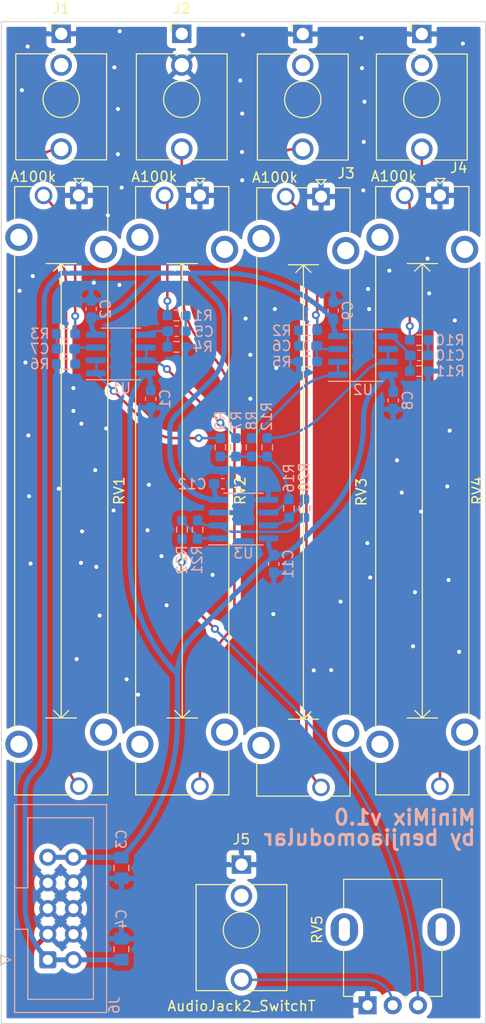
<source format=kicad_pcb>
(kicad_pcb (version 20211014) (generator pcbnew)
  (layers (0 "F.Cu" signal) (31 "B.Cu" signal) (34 "B.Paste" user) (35 "F.Paste" user) (36 "B.SilkS" user "B.Silkscreen") (37 "F.SilkS" user "F.Silkscreen") (38 "B.Mask" user) (39 "F.Mask" user) (44 "Edge.Cuts" user))
  (net 0 "")
  (net 1 "GND")
  (net 2 "+12V")
  (net 3 "-12V")
  (net 4 "Net-(C5-Pad1)")
  (net 5 "Net-(C5-Pad2)")
  (net 6 "Net-(C6-Pad1)")
  (net 7 "Net-(C6-Pad2)")
  (net 8 "Net-(C7-Pad1)")
  (net 9 "Net-(C7-Pad2)")
  (net 10 "Net-(C10-Pad1)")
  (net 11 "Net-(C10-Pad2)")
  (net 13 "Net-(R22-Pad1)")
  (net 17 "Net-(J1-PadT)")
  (net 19 "Net-(J2-PadT)")
  (net 20 "Net-(J3-PadT)")
  (net 21 "Net-(J4-PadT)")
  (net 22 "Net-(R1-Pad2)")
  (net 23 "Net-(R2-Pad2)")
  (net 24 "Net-(R3-Pad2)")
  (net 25 "/MIXER_IN")
  (net 26 "Net-(R7-Pad2)")
  (net 27 "Net-(R8-Pad2)")
  (net 28 "Net-(R9-Pad2)")
  (net 29 "Net-(R10-Pad2)")
  (net 30 "Net-(J5-PadT)")
  (net 31 "Net-(R12-Pad2)")
  (net 32 "Net-(R16-Pad1)")
  (net 33 "Net-(R20-Pad1)")
  (net 34 "Net-(R21-Pad1)")
  (footprint "Potentiometer_THT:Potentiometer_Bourns_PTA4543_Single_Slide" (layer "F.Cu") (at 154.879275 74.8 -90)
    (fp_text reference "RV1" (at 29.25 -4 90) (layer "F.SilkS"))
    (fp_text value "A100k" (at -1.85 4.529275 180) (layer "F.SilkS"))
    (pad "1" thru_hole rect (at 0 0 270) (size 1.75 1.75) (drill 1.2) (layers *.Cu *.Mask) (net 1 "GND"))
    (pad "2" thru_hole circle (at 0 3.5 270) (size 1.75 1.75) (drill 1.2) (layers *.Cu *.Mask) (net 24 "Net-(R3-Pad2)"))
    (pad "3" thru_hole circle (at 58.5 0 270) (size 1.75 1.75) (drill 1.2) (layers *.Cu *.Mask) (net 17 "Net-(J1-PadT)"))
    (pad "MP" thru_hole circle (at 4.15 5.95 270) (size 2.7 2.7) (drill 1.7) (layers *.Cu *.Mask))
    (pad "MP" thru_hole circle (at 54.35 5.95 270) (size 2.7 2.7) (drill 1.7) (layers *.Cu *.Mask))
    (pad "MP" thru_hole circle (at 5.35 -2.45 270) (size 2.7 2.7) (drill 1.7) (layers *.Cu *.Mask))
    (pad "MP" thru_hole circle (at 53.15 -2.45 270) (size 2.7 2.7) (drill 1.7) (layers *.Cu *.Mask))
  )
  (footprint "benjiaomodular:AudioJack_3.5mm" (layer "F.Cu") (at 177.079275 58.82)
    (fp_text reference "J3" (at 4.300725 13.79) (layer "F.SilkS"))
    (fp_text value "AudioJack2_SwitchT" hide)
    (pad "S" thru_hole rect locked (at 0 0 180) (size 1.93 1.83) (drill 1.22) (layers *.Cu *.Mask) (net 1 "GND"))
    (pad "T" thru_hole circle locked (at 0 11.4 180) (size 2.13 2.13) (drill 1.43) (layers *.Cu *.Mask) (net 20 "Net-(J3-PadT)"))
    (pad "TN" thru_hole circle locked (at 0 3.1 180) (size 2.13 2.13) (drill 1.42) (layers *.Cu *.Mask))
  )
  (footprint "benjiaomodular:AudioJack_3.5mm" (layer "F.Cu") (at 165.079275 58.8)
    (fp_text reference "J2" (at 0 -2.5) (layer "F.SilkS"))
    (fp_text value "AudioJack2_SwitchT" hide)
    (pad "S" thru_hole rect locked (at 0 0 180) (size 1.93 1.83) (drill 1.22) (layers *.Cu *.Mask))
    (pad "T" thru_hole circle locked (at 0 11.4 180) (size 2.13 2.13) (drill 1.43) (layers *.Cu *.Mask) (net 19 "Net-(J2-PadT)"))
    (pad "TN" thru_hole circle locked (at 0 3.1 180) (size 2.13 2.13) (drill 1.42) (layers *.Cu *.Mask) (net 1 "GND"))
  )
  (footprint "Potentiometer_THT:Potentiometer_Bourns_PTA4543_Single_Slide" (layer "F.Cu") (at 190.679275 74.8 -90)
    (fp_text reference "RV4" (at 29.25 -3.720725 90) (layer "F.SilkS"))
    (fp_text value "A100k" (at -1.9 4.579275 180) (layer "F.SilkS"))
    (pad "1" thru_hole rect (at 0 0 270) (size 1.75 1.75) (drill 1.2) (layers *.Cu *.Mask) (net 1 "GND"))
    (pad "2" thru_hole circle (at 0 3.5 270) (size 1.75 1.75) (drill 1.2) (layers *.Cu *.Mask) (net 29 "Net-(R10-Pad2)"))
    (pad "3" thru_hole circle (at 58.5 0 270) (size 1.75 1.75) (drill 1.2) (layers *.Cu *.Mask) (net 21 "Net-(J4-PadT)"))
    (pad "MP" thru_hole circle (at 5.35 -2.45 270) (size 2.7 2.7) (drill 1.7) (layers *.Cu *.Mask))
    (pad "MP" thru_hole circle (at 54.35 5.95 270) (size 2.7 2.7) (drill 1.7) (layers *.Cu *.Mask))
    (pad "MP" thru_hole circle (at 4.15 5.95 270) (size 2.7 2.7) (drill 1.7) (layers *.Cu *.Mask))
    (pad "MP" thru_hole circle (at 53.15 -2.45 270) (size 2.7 2.7) (drill 1.7) (layers *.Cu *.Mask))
  )
  (footprint "benjiaomodular:Potentiometer_RV09" (layer "F.Cu") (at 183.5 155 90)
    (fp_text reference "RV5" (at 7.5 -5 90) (layer "F.SilkS"))
    (fp_text value "A100k")
    (pad "" thru_hole oval locked (at 7.5 7.3 180) (size 2.72 3.24) (drill oval 1.1 2.3) (layers *.Cu *.Mask))
    (pad "" thru_hole oval locked (at 7.5 -2.3 180) (size 2.72 3.24) (drill oval 1.1 2.3) (layers *.Cu *.Mask))
    (pad "1" thru_hole rect locked (at 0 0 180) (size 1.8 1.8) (drill 1) (layers *.Cu *.Mask) (net 1 "GND"))
    (pad "2" thru_hole circle locked (at 0 2.5 180) (size 1.8 1.8) (drill 1) (layers *.Cu *.Mask) (net 30 "Net-(J5-PadT)"))
    (pad "3" thru_hole circle locked (at 0 5 180) (size 1.8 1.8) (drill 1) (layers *.Cu *.Mask) (net 13 "Net-(R22-Pad1)"))
  )
  (footprint "benjiaomodular:AudioJack_3.5mm" (layer "F.Cu") (at 153.129275 58.8)
    (fp_text reference "J1" (at 0 -2.5) (layer "F.SilkS"))
    (fp_text value "AudioJack2_SwitchT" hide)
    (pad "S" thru_hole rect locked (at 0 0 180) (size 1.93 1.83) (drill 1.22) (layers *.Cu *.Mask) (net 1 "GND"))
    (pad "T" thru_hole circle locked (at 0 11.4 180) (size 2.13 2.13) (drill 1.43) (layers *.Cu *.Mask) (net 17 "Net-(J1-PadT)"))
    (pad "TN" thru_hole circle locked (at 0 3.1 180) (size 2.13 2.13) (drill 1.42) (layers *.Cu *.Mask))
  )
  (footprint "benjiaomodular:AudioJack_3.5mm" (layer "F.Cu") (at 171 141.07)
    (fp_text reference "J5" (at 0 -2.5) (layer "F.SilkS"))
    (fp_text value "AudioJack2_SwitchT" (at 0 14) (layer "F.SilkS"))
    (pad "S" thru_hole rect locked (at 0 0 180) (size 1.93 1.83) (drill 1.22) (layers *.Cu *.Mask) (net 1 "GND"))
    (pad "T" thru_hole circle locked (at 0 11.4 180) (size 2.13 2.13) (drill 1.43) (layers *.Cu *.Mask) (net 30 "Net-(J5-PadT)"))
    (pad "TN" thru_hole circle locked (at 0 3.1 180) (size 2.13 2.13) (drill 1.42) (layers *.Cu *.Mask))
  )
  (footprint "benjiaomodular:AudioJack_3.5mm" (layer "F.Cu") (at 188.879275 58.82)
    (fp_text reference "J4" (at 3.660725 13.25) (layer "F.SilkS"))
    (fp_text value "AudioJack2_SwitchT" hide)
    (pad "S" thru_hole rect locked (at 0 0 180) (size 1.93 1.83) (drill 1.22) (layers *.Cu *.Mask) (net 1 "GND"))
    (pad "T" thru_hole circle locked (at 0 11.4 180) (size 2.13 2.13) (drill 1.43) (layers *.Cu *.Mask) (net 21 "Net-(J4-PadT)"))
    (pad "TN" thru_hole circle locked (at 0 3.1 180) (size 2.13 2.13) (drill 1.42) (layers *.Cu *.Mask))
  )
  (footprint "Potentiometer_THT:Potentiometer_Bourns_PTA4543_Single_Slide" (layer "F.Cu") (at 178.89 74.92 -90)
    (fp_text reference "RV3" (at 29.25 -4 90) (layer "F.SilkS"))
    (fp_text value "A100k" (at -1.9 4.579275 180) (layer "F.SilkS"))
    (pad "1" thru_hole rect (at 0 0 270) (size 1.75 1.75) (drill 1.2) (layers *.Cu *.Mask) (net 1 "GND"))
    (pad "2" thru_hole circle (at 0 3.5 270) (size 1.75 1.75) (drill 1.2) (layers *.Cu *.Mask) (net 23 "Net-(R2-Pad2)"))
    (pad "3" thru_hole circle (at 58.5 0 270) (size 1.75 1.75) (drill 1.2) (layers *.Cu *.Mask) (net 20 "Net-(J3-PadT)"))
    (pad "MP" thru_hole circle (at 54.35 5.95 270) (size 2.7 2.7) (drill 1.7) (layers *.Cu *.Mask))
    (pad "MP" thru_hole circle (at 5.35 -2.45 270) (size 2.7 2.7) (drill 1.7) (layers *.Cu *.Mask))
    (pad "MP" thru_hole circle (at 53.15 -2.45 270) (size 2.7 2.7) (drill 1.7) (layers *.Cu *.Mask))
    (pad "MP" thru_hole circle (at 4.15 5.95 270) (size 2.7 2.7) (drill 1.7) (layers *.Cu *.Mask))
  )
  (footprint "Potentiometer_THT:Potentiometer_Bourns_PTA4543_Single_Slide" (layer "F.Cu") (at 166.879275 74.8 -90)
    (fp_text reference "RV2" (at 29.25 -4 90) (layer "F.SilkS"))
    (fp_text value "A100k" (at -1.85 4.529275 180) (layer "F.SilkS"))
    (pad "1" thru_hole rect (at 0 0 270) (size 1.75 1.75) (drill 1.2) (layers *.Cu *.Mask) (net 1 "GND"))
    (pad "2" thru_hole circle (at 0 3.5 270) (size 1.75 1.75) (drill 1.2) (layers *.Cu *.Mask) (net 22 "Net-(R1-Pad2)"))
    (pad "3" thru_hole circle (at 58.5 0 270) (size 1.75 1.75) (drill 1.2) (layers *.Cu *.Mask) (net 19 "Net-(J2-PadT)"))
    (pad "MP" thru_hole circle (at 53.15 -2.45 270) (size 2.7 2.7) (drill 1.7) (layers *.Cu *.Mask))
    (pad "MP" thru_hole circle (at 5.35 -2.45 270) (size 2.7 2.7) (drill 1.7) (layers *.Cu *.Mask))
    (pad "MP" thru_hole circle (at 54.35 5.95 270) (size 2.7 2.7) (drill 1.7) (layers *.Cu *.Mask))
    (pad "MP" thru_hole circle (at 4.15 5.95 270) (size 2.7 2.7) (drill 1.7) (layers *.Cu *.Mask))
  )
  (footprint "Resistor_SMD:R_0603_1608Metric_Pad0.98x0.95mm_HandSolder" (layer "B.Cu") (at 173.55 99.75 90)
    (fp_text reference "R12" (at 3.05 -0.05 90) (layer "B.SilkS") (effects (justify mirror)))
    (fp_text value "100K")
    (pad "1" smd roundrect (at -0.9125 0 90) (size 0.975 0.95) (layers "B.Cu" "B.Paste" "B.Mask") (net 25 "/MIXER_IN"))
    (pad "2" smd roundrect (at 0.9125 0 90) (size 0.975 0.95) (layers "B.Cu" "B.Paste" "B.Mask") (net 31 "Net-(R12-Pad2)"))
  )
  (footprint "Resistor_SMD:R_0603_1608Metric_Pad0.98x0.95mm_HandSolder" (layer "B.Cu") (at 172 99.75 90)
    (fp_text reference "R8" (at 2.65 0 90) (layer "B.SilkS") (effects (justify mirror)))
    (fp_text value "100K")
    (pad "1" smd roundrect (at -0.9125 0 90) (size 0.975 0.95) (layers "B.Cu" "B.Paste" "B.Mask") (net 25 "/MIXER_IN"))
    (pad "2" smd roundrect (at 0.9125 0 90) (size 0.975 0.95) (layers "B.Cu" "B.Paste" "B.Mask") (net 27 "Net-(R8-Pad2)"))
  )
  (footprint "Capacitor_SMD:C_0603_1608Metric_Pad1.08x0.95mm_HandSolder" (layer "B.Cu") (at 169.15 103.35)
    (fp_text reference "C12" (at -3.05 0.05) (layer "B.SilkS") (effects (justify mirror)))
    (fp_text value "100nF")
    (pad "1" smd roundrect (at -0.8625 0) (size 1.075 0.95) (layers "B.Cu" "B.Paste" "B.Mask") (net 3 "-12V"))
    (pad "2" smd roundrect (at 0.8625 0) (size 1.075 0.95) (layers "B.Cu" "B.Paste" "B.Mask") (net 1 "GND"))
  )
  (footprint "Capacitor_SMD:C_0603_1608Metric_Pad1.08x0.95mm_HandSolder" (layer "B.Cu") (at 164.5625 88.25)
    (fp_text reference "C5" (at 2.7375 0.05) (layer "B.SilkS") (effects (justify mirror)))
    (fp_text value "100nF")
    (pad "1" smd roundrect (at -0.8625 0) (size 1.075 0.95) (layers "B.Cu" "B.Paste" "B.Mask") (net 4 "Net-(C5-Pad1)"))
    (pad "2" smd roundrect (at 0.8625 0) (size 1.075 0.95) (layers "B.Cu" "B.Paste" "B.Mask") (net 5 "Net-(C5-Pad2)"))
  )
  (footprint "Resistor_SMD:R_0603_1608Metric_Pad0.98x0.95mm_HandSolder" (layer "B.Cu") (at 165.1 107.9 90)
    (fp_text reference "R22" (at -3 0 90) (layer "B.SilkS") (effects (justify mirror)))
    (fp_text value "1K")
    (pad "1" smd roundrect (at -0.9125 0 90) (size 0.975 0.95) (layers "B.Cu" "B.Paste" "B.Mask") (net 13 "Net-(R22-Pad1)"))
    (pad "2" smd roundrect (at 0.9125 0 90) (size 0.975 0.95) (layers "B.Cu" "B.Paste" "B.Mask") (net 34 "Net-(R21-Pad1)"))
  )
  (footprint "Resistor_SMD:R_0603_1608Metric_Pad0.98x0.95mm_HandSolder" (layer "B.Cu") (at 153.6 88.5)
    (fp_text reference "R3" (at -2.6 0) (layer "B.SilkS") (effects (justify mirror)))
    (fp_text value "10K")
    (pad "1" smd roundrect (at -0.9125 0) (size 0.975 0.95) (layers "B.Cu" "B.Paste" "B.Mask") (net 9 "Net-(C7-Pad2)"))
    (pad "2" smd roundrect (at 0.9125 0) (size 0.975 0.95) (layers "B.Cu" "B.Paste" "B.Mask") (net 24 "Net-(R3-Pad2)"))
  )
  (footprint "Resistor_SMD:R_0603_1608Metric_Pad0.98x0.95mm_HandSolder" (layer "B.Cu") (at 168.9 99.75 90)
    (fp_text reference "R9" (at 2.65 0 90) (layer "B.SilkS") (effects (justify mirror)))
    (fp_text value "100K")
    (pad "1" smd roundrect (at -0.9125 0 90) (size 0.975 0.95) (layers "B.Cu" "B.Paste" "B.Mask") (net 25 "/MIXER_IN"))
    (pad "2" smd roundrect (at 0.9125 0 90) (size 0.975 0.95) (layers "B.Cu" "B.Paste" "B.Mask") (net 28 "Net-(R9-Pad2)"))
  )
  (footprint "Resistor_SMD:R_0603_1608Metric_Pad0.98x0.95mm_HandSolder" (layer "B.Cu") (at 177.25 105.8 90)
    (fp_text reference "R20" (at 3.1 -0.05 90) (layer "B.SilkS") (effects (justify mirror)))
    (fp_text value "100K")
    (pad "1" smd roundrect (at -0.9125 0 90) (size 0.975 0.95) (layers "B.Cu" "B.Paste" "B.Mask") (net 33 "Net-(R20-Pad1)"))
    (pad "2" smd roundrect (at 0.9125 0 90) (size 0.975 0.95) (layers "B.Cu" "B.Paste" "B.Mask") (net 32 "Net-(R16-Pad1)"))
  )
  (footprint "Resistor_SMD:R_0603_1608Metric_Pad0.98x0.95mm_HandSolder" (layer "B.Cu") (at 170.45 99.75 90)
    (fp_text reference "R7" (at 2.65 0.05 90) (layer "B.SilkS") (effects (justify mirror)))
    (fp_text value "100K")
    (pad "1" smd roundrect (at -0.9125 0 90) (size 0.975 0.95) (layers "B.Cu" "B.Paste" "B.Mask") (net 25 "/MIXER_IN"))
    (pad "2" smd roundrect (at 0.9125 0 90) (size 0.975 0.95) (layers "B.Cu" "B.Paste" "B.Mask") (net 26 "Net-(R7-Pad2)"))
  )
  (footprint "Capacitor_SMD:C_0603_1608Metric_Pad1.08x0.95mm_HandSolder" (layer "B.Cu") (at 174.2 111.3 90)
    (fp_text reference "C11" (at 0 1.43 90) (layer "B.SilkS") (effects (justify mirror)))
    (fp_text value "100nF")
    (pad "1" smd roundrect (at -0.8625 0 90) (size 1.075 0.95) (layers "B.Cu" "B.Paste" "B.Mask") (net 1 "GND"))
    (pad "2" smd roundrect (at 0.8625 0 90) (size 1.075 0.95) (layers "B.Cu" "B.Paste" "B.Mask") (net 2 "+12V"))
  )
  (footprint "Resistor_SMD:R_0603_1608Metric_Pad0.98x0.95mm_HandSolder" (layer "B.Cu") (at 188.6 92.2 180)
    (fp_text reference "R11" (at -3.1 0) (layer "B.SilkS") (effects (justify mirror)))
    (fp_text value "1M")
    (pad "1" smd roundrect (at -0.9125 0 180) (size 0.975 0.95) (layers "B.Cu" "B.Paste" "B.Mask") (net 1 "GND"))
    (pad "2" smd roundrect (at 0.9125 0 180) (size 0.975 0.95) (layers "B.Cu" "B.Paste" "B.Mask") (net 10 "Net-(C10-Pad1)"))
  )
  (footprint "Capacitor_SMD:C_0603_1608Metric_Pad1.08x0.95mm_HandSolder" (layer "B.Cu") (at 177.6 89.7 180)
    (fp_text reference "C6" (at 2.6 0) (layer "B.SilkS") (effects (justify mirror)))
    (fp_text value "100nF")
    (pad "1" smd roundrect (at -0.8625 0 180) (size 1.075 0.95) (layers "B.Cu" "B.Paste" "B.Mask") (net 6 "Net-(C6-Pad1)"))
    (pad "2" smd roundrect (at 0.8625 0 180) (size 1.075 0.95) (layers "B.Cu" "B.Paste" "B.Mask") (net 7 "Net-(C6-Pad2)"))
  )
  (footprint "Capacitor_SMD:C_0805_2012Metric_Pad1.18x1.45mm_HandSolder" (layer "B.Cu") (at 159.1 149.45 -90)
    (fp_text reference "C4" (at -3 0 90) (layer "B.SilkS") (effects (justify mirror)))
    (fp_text value "22uF")
    (pad "1" smd roundrect (at -1.0375 0 270) (size 1.175 1.45) (layers "B.Cu" "B.Paste" "B.Mask") (roundrect_rratio 0.2127659574) (net 1 "GND"))
    (pad "2" smd roundrect (at 1.0375 0 270) (size 1.175 1.45) (layers "B.Cu" "B.Paste" "B.Mask") (roundrect_rratio 0.2127659574) (net 3 "-12V"))
  )
  (footprint "Package_SO:SOIC-8_3.9x4.9mm_P1.27mm" (layer "B.Cu") (at 183.05 90.65)
    (fp_text reference "U2" (at 0 3.4) (layer "B.SilkS") (effects (justify mirror)))
    (fp_text value "NE5532")
    (pad "1" smd roundrect (at -2.475 1.905) (size 1.95 0.6) (layers "B.Cu" "B.Paste" "B.Mask") (net 27 "Net-(R8-Pad2)"))
    (pad "2" smd roundrect (at -2.475 0.635) (size 1.95 0.6) (layers "B.Cu" "B.Paste" "B.Mask") (net 27 "Net-(R8-Pad2)"))
    (pad "3" smd roundrect (at -2.475 -0.635) (size 1.95 0.6) (layers "B.Cu" "B.Paste" "B.Mask") (net 6 "Net-(C6-Pad1)"))
    (pad "4" smd roundrect (at -2.475 -1.905) (size 1.95 0.6) (layers "B.Cu" "B.Paste" "B.Mask") (net 3 "-12V"))
    (pad "5" smd roundrect (at 2.475 -1.905) (size 1.95 0.6) (layers "B.Cu" "B.Paste" "B.Mask") (net 10 "Net-(C10-Pad1)"))
    (pad "6" smd roundrect (at 2.475 -0.635) (size 1.95 0.6) (layers "B.Cu" "B.Paste" "B.Mask") (net 31 "Net-(R12-Pad2)"))
    (pad "7" smd roundrect (at 2.475 0.635) (size 1.95 0.6) (layers "B.Cu" "B.Paste" "B.Mask") (net 31 "Net-(R12-Pad2)"))
    (pad "8" smd roundrect (at 2.475 1.905) (size 1.95 0.6) (layers "B.Cu" "B.Paste" "B.Mask") (net 2 "+12V"))
  )
  (footprint "Capacitor_SMD:C_0603_1608Metric_Pad1.08x0.95mm_HandSolder" (layer "B.Cu") (at 180.1 86.2 90)
    (fp_text reference "C9" (at 0 1.43 90) (layer "B.SilkS") (effects (justify mirror)))
    (fp_text value "100nF")
    (pad "1" smd roundrect (at -0.8625 0 90) (size 1.075 0.95) (layers "B.Cu" "B.Paste" "B.Mask") (net 3 "-12V"))
    (pad "2" smd roundrect (at 0.8625 0 90) (size 1.075 0.95) (layers "B.Cu" "B.Paste" "B.Mask") (net 1 "GND"))
  )
  (footprint "Capacitor_SMD:C_0603_1608Metric_Pad1.08x0.95mm_HandSolder" (layer "B.Cu") (at 156.1 86.05 90)
    (fp_text reference "C2" (at 0 1.43 90) (layer "B.SilkS") (effects (justify mirror)))
    (fp_text value "100nF")
    (pad "1" smd roundrect (at -0.8625 0 90) (size 1.075 0.95) (layers "B.Cu" "B.Paste" "B.Mask") (net 3 "-12V"))
    (pad "2" smd roundrect (at 0.8625 0 90) (size 1.075 0.95) (layers "B.Cu" "B.Paste" "B.Mask") (net 1 "GND"))
  )
  (footprint "Capacitor_SMD:C_0805_2012Metric_Pad1.18x1.45mm_HandSolder" (layer "B.Cu") (at 159.1 141.4 -90)
    (fp_text reference "C3" (at -2.85 0 90) (layer "B.SilkS") (effects (justify mirror)))
    (fp_text value "22uF")
    (pad "1" smd roundrect (at -1.0375 0 270) (size 1.175 1.45) (layers "B.Cu" "B.Paste" "B.Mask") (roundrect_rratio 0.2127659574) (net 2 "+12V"))
    (pad "2" smd roundrect (at 1.0375 0 270) (size 1.175 1.45) (layers "B.Cu" "B.Paste" "B.Mask") (roundrect_rratio 0.2127659574) (net 1 "GND"))
  )
  (footprint "Resistor_SMD:R_0603_1608Metric_Pad0.98x0.95mm_HandSolder" (layer "B.Cu") (at 164.5625 86.7 180)
    (fp_text reference "R1" (at -2.6375 0) (layer "B.SilkS") (effects (justify mirror)))
    (fp_text value "10K")
    (pad "1" smd roundrect (at -0.9125 0 180) (size 0.975 0.95) (layers "B.Cu" "B.Paste" "B.Mask") (net 5 "Net-(C5-Pad2)"))
    (pad "2" smd roundrect (at 0.9125 0 180) (size 0.975 0.95) (layers "B.Cu" "B.Paste" "B.Mask") (net 22 "Net-(R1-Pad2)"))
  )
  (footprint "Resistor_SMD:R_0603_1608Metric_Pad0.98x0.95mm_HandSolder" (layer "B.Cu") (at 177.6 91.25)
    (fp_text reference "R5" (at -2.6 0.05) (layer "B.SilkS") (effects (justify mirror)))
    (fp_text value "1M")
    (pad "1" smd roundrect (at -0.9125 0) (size 0.975 0.95) (layers "B.Cu" "B.Paste" "B.Mask") (net 1 "GND"))
    (pad "2" smd roundrect (at 0.9125 0) (size 0.975 0.95) (layers "B.Cu" "B.Paste" "B.Mask") (net 6 "Net-(C6-Pad1)"))
  )
  (footprint "Resistor_SMD:R_0603_1608Metric_Pad0.98x0.95mm_HandSolder" (layer "B.Cu") (at 175.7 105.8 90)
    (fp_text reference "R16" (at 3 0 90) (layer "B.SilkS") (effects (justify mirror)))
    (fp_text value "100K")
    (pad "1" smd roundrect (at -0.9125 0 90) (size 0.975 0.95) (layers "B.Cu" "B.Paste" "B.Mask") (net 32 "Net-(R16-Pad1)"))
    (pad "2" smd roundrect (at 0.9125 0 90) (size 0.975 0.95) (layers "B.Cu" "B.Paste" "B.Mask") (net 25 "/MIXER_IN"))
  )
  (footprint "Connector_IDC:IDC-Header_2x05_P2.54mm_Vertical" (layer "B.Cu") (at 151.8 150.5)
    (fp_text reference "J6" (at 6.6 4.5 90) (layer "B.SilkS") (effects (justify mirror)))
    (fp_text value "IDC_2x05")
    (pad "1" thru_hole roundrect (at 0 0) (size 1.7 1.7) (drill 1) (layers *.Cu *.Mask) (roundrect_rratio 0.1470588235) (net 3 "-12V"))
    (pad "2" thru_hole circle (at 2.54 0) (size 1.7 1.7) (drill 1) (layers *.Cu *.Mask) (net 3 "-12V"))
    (pad "3" thru_hole circle (at 0 -2.54) (size 1.7 1.7) (drill 1) (layers *.Cu *.Mask) (net 1 "GND"))
    (pad "4" thru_hole circle (at 2.54 -2.54) (size 1.7 1.7) (drill 1) (layers *.Cu *.Mask) (net 1 "GND"))
    (pad "5" thru_hole circle (at 0 -5.08) (size 1.7 1.7) (drill 1) (layers *.Cu *.Mask) (net 1 "GND"))
    (pad "6" thru_hole circle (at 2.54 -5.08) (size 1.7 1.7) (drill 1) (layers *.Cu *.Mask) (net 1 "GND"))
    (pad "7" thru_hole circle (at 0 -7.62) (size 1.7 1.7) (drill 1) (layers *.Cu *.Mask) (net 1 "GND"))
    (pad "8" thru_hole circle (at 2.54 -7.62) (size 1.7 1.7) (drill 1) (layers *.Cu *.Mask) (net 1 "GND"))
    (pad "9" thru_hole circle (at 0 -10.16) (size 1.7 1.7) (drill 1) (layers *.Cu *.Mask) (net 2 "+12V"))
    (pad "10" thru_hole circle (at 2.54 -10.16) (size 1.7 1.7) (drill 1) (layers *.Cu *.Mask) (net 2 "+12V"))
  )
  (footprint "Package_SO:SOIC-8_3.9x4.9mm_P1.27mm" (layer "B.Cu") (at 159.05 90.5)
    (fp_text reference "U1" (at 0 3.4) (layer "B.SilkS") (effects (justify mirror)))
    (fp_text value "NE5532")
    (pad "1" smd roundrect (at -2.475 1.905) (size 1.95 0.6) (layers "B.Cu" "B.Paste" "B.Mask") (net 28 "Net-(R9-Pad2)"))
    (pad "2" smd roundrect (at -2.475 0.635) (size 1.95 0.6) (layers "B.Cu" "B.Paste" "B.Mask") (net 28 "Net-(R9-Pad2)"))
    (pad "3" smd roundrect (at -2.475 -0.635) (size 1.95 0.6) (layers "B.Cu" "B.Paste" "B.Mask") (net 8 "Net-(C7-Pad1)"))
    (pad "4" smd roundrect (at -2.475 -1.905) (size 1.95 0.6) (layers "B.Cu" "B.Paste" "B.Mask") (net 3 "-12V"))
    (pad "5" smd roundrect (at 2.475 -1.905) (size 1.95 0.6) (layers "B.Cu" "B.Paste" "B.Mask") (net 4 "Net-(C5-Pad1)"))
    (pad "6" smd roundrect (at 2.475 -0.635) (size 1.95 0.6) (layers "B.Cu" "B.Paste" "B.Mask") (net 26 "Net-(R7-Pad2)"))
    (pad "7" smd roundrect (at 2.475 0.635) (size 1.95 0.6) (layers "B.Cu" "B.Paste" "B.Mask") (net 26 "Net-(R7-Pad2)"))
    (pad "8" smd roundrect (at 2.475 1.905) (size 1.95 0.6) (layers "B.Cu" "B.Paste" "B.Mask") (net 2 "+12V"))
  )
  (footprint "Package_SO:SOIC-8_3.9x4.9mm_P1.27mm" (layer "B.Cu") (at 171.2 106.85)
    (fp_text reference "U3" (at 0 3.4) (layer "B.SilkS") (effects (justify mirror)))
    (fp_text value "NE5532")
    (pad "1" smd roundrect (at -2.475 1.905) (size 1.95 0.6) (layers "B.Cu" "B.Paste" "B.Mask") (net 34 "Net-(R21-Pad1)"))
    (pad "2" smd roundrect (at -2.475 0.635) (size 1.95 0.6) (layers "B.Cu" "B.Paste" "B.Mask") (net 33 "Net-(R20-Pad1)"))
    (pad "3" smd roundrect (at -2.475 -0.635) (size 1.95 0.6) (layers "B.Cu" "B.Paste" "B.Mask") (net 1 "GND"))
    (pad "4" smd roundrect (at -2.475 -1.905) (size 1.95 0.6) (layers "B.Cu" "B.Paste" "B.Mask") (net 3 "-12V"))
    (pad "5" smd roundrect (at 2.475 -1.905) (size 1.95 0.6) (layers "B.Cu" "B.Paste" "B.Mask") (net 1 "GND"))
    (pad "6" smd roundrect (at 2.475 -0.635) (size 1.95 0.6) (layers "B.Cu" "B.Paste" "B.Mask") (net 25 "/MIXER_IN"))
    (pad "7" smd roundrect (at 2.475 0.635) (size 1.95 0.6) (layers "B.Cu" "B.Paste" "B.Mask") (net 32 "Net-(R16-Pad1)"))
    (pad "8" smd roundrect (at 2.475 1.905) (size 1.95 0.6) (layers "B.Cu" "B.Paste" "B.Mask") (net 2 "+12V"))
  )
  (footprint "Capacitor_SMD:C_0603_1608Metric_Pad1.08x0.95mm_HandSolder" (layer "B.Cu") (at 188.6 90.65)
    (fp_text reference "C10" (at 3.1 0) (layer "B.SilkS") (effects (justify mirror)))
    (fp_text value "100nF")
    (pad "1" smd roundrect (at -0.8625 0) (size 1.075 0.95) (layers "B.Cu" "B.Paste" "B.Mask") (net 10 "Net-(C10-Pad1)"))
    (pad "2" smd roundrect (at 0.8625 0) (size 1.075 0.95) (layers "B.Cu" "B.Paste" "B.Mask") (net 11 "Net-(C10-Pad2)"))
  )
  (footprint "Resistor_SMD:R_0603_1608Metric_Pad0.98x0.95mm_HandSolder" (layer "B.Cu") (at 164.5625 89.8 180)
    (fp_text reference "R4" (at -2.6375 0) (layer "B.SilkS") (effects (justify mirror)))
    (fp_text value "1M")
    (pad "1" smd roundrect (at -0.9125 0 180) (size 0.975 0.95) (layers "B.Cu" "B.Paste" "B.Mask") (net 1 "GND"))
    (pad "2" smd roundrect (at 0.9125 0 180) (size 0.975 0.95) (layers "B.Cu" "B.Paste" "B.Mask") (net 4 "Net-(C5-Pad1)"))
  )
  (footprint "Capacitor_SMD:C_0603_1608Metric_Pad1.08x0.95mm_HandSolder" (layer "B.Cu") (at 162 94.95 90)
    (fp_text reference "C1" (at 0 1.43 90) (layer "B.SilkS") (effects (justify mirror)))
    (fp_text value "100nF")
    (pad "1" smd roundrect (at -0.8625 0 90) (size 1.075 0.95) (layers "B.Cu" "B.Paste" "B.Mask") (net 1 "GND"))
    (pad "2" smd roundrect (at 0.8625 0 90) (size 1.075 0.95) (layers "B.Cu" "B.Paste" "B.Mask") (net 2 "+12V"))
  )
  (footprint "Resistor_SMD:R_0603_1608Metric_Pad0.98x0.95mm_HandSolder" (layer "B.Cu") (at 188.6 89.125 180)
    (fp_text reference "R10" (at -3.08 -0.015) (layer "B.SilkS") (effects (justify mirror)))
    (fp_text value "10K")
    (pad "1" smd roundrect (at -0.9125 0 180) (size 0.975 0.95) (layers "B.Cu" "B.Paste" "B.Mask") (net 11 "Net-(C10-Pad2)"))
    (pad "2" smd roundrect (at 0.9125 0 180) (size 0.975 0.95) (layers "B.Cu" "B.Paste" "B.Mask") (net 29 "Net-(R10-Pad2)"))
  )
  (footprint "Resistor_SMD:R_0603_1608Metric_Pad0.98x0.95mm_HandSolder" (layer "B.Cu") (at 177.6 88.15)
    (fp_text reference "R2" (at -2.6 0.05) (layer "B.SilkS") (effects (justify mirror)))
    (fp_text value "10K")
    (pad "1" smd roundrect (at -0.9125 0) (size 0.975 0.95) (layers "B.Cu" "B.Paste" "B.Mask") (net 7 "Net-(C6-Pad2)"))
    (pad "2" smd roundrect (at 0.9125 0) (size 0.975 0.95) (layers "B.Cu" "B.Paste" "B.Mask") (net 23 "Net-(R2-Pad2)"))
  )
  (footprint "Capacitor_SMD:C_0603_1608Metric_Pad1.08x0.95mm_HandSolder" (layer "B.Cu") (at 153.6 90 180)
    (fp_text reference "C7" (at 2.6 0) (layer "B.SilkS") (effects (justify mirror)))
    (fp_text value "100nF")
    (pad "1" smd roundrect (at -0.8625 0 180) (size 1.075 0.95) (layers "B.Cu" "B.Paste" "B.Mask") (net 8 "Net-(C7-Pad1)"))
    (pad "2" smd roundrect (at 0.8625 0 180) (size 1.075 0.95) (layers "B.Cu" "B.Paste" "B.Mask") (net 9 "Net-(C7-Pad2)"))
  )
  (footprint "Resistor_SMD:R_0603_1608Metric_Pad0.98x0.95mm_HandSolder" (layer "B.Cu") (at 166.65 107.9 90)
    (fp_text reference "R21" (at -3 -0.05 90) (layer "B.SilkS") (effects (justify mirror)))
    (fp_text value "100K")
    (pad "1" smd roundrect (at -0.9125 0 90) (size 0.975 0.95) (layers "B.Cu" "B.Paste" "B.Mask") (net 34 "Net-(R21-Pad1)"))
    (pad "2" smd roundrect (at 0.9125 0 90) (size 0.975 0.95) (layers "B.Cu" "B.Paste" "B.Mask") (net 33 "Net-(R20-Pad1)"))
  )
  (footprint "Capacitor_SMD:C_0603_1608Metric_Pad1.08x0.95mm_HandSolder" (layer "B.Cu") (at 186.05 95.1 90)
    (fp_text reference "C8" (at 0 1.43 90) (layer "B.SilkS") (effects (justify mirror)))
    (fp_text value "100nF")
    (pad "1" smd roundrect (at -0.8625 0 90) (size 1.075 0.95) (layers "B.Cu" "B.Paste" "B.Mask") (net 1 "GND"))
    (pad "2" smd roundrect (at 0.8625 0 90) (size 1.075 0.95) (layers "B.Cu" "B.Paste" "B.Mask") (net 2 "+12V"))
  )
  (footprint "Resistor_SMD:R_0603_1608Metric_Pad0.98x0.95mm_HandSolder" (layer "B.Cu") (at 153.6 91.5)
    (fp_text reference "R6" (at -2.6 0) (layer "B.SilkS") (effects (justify mirror)))
    (fp_text value "1M")
    (pad "1" smd roundrect (at -0.9125 0) (size 0.975 0.95) (layers "B.Cu" "B.Paste" "B.Mask") (net 1 "GND"))
    (pad "2" smd roundrect (at 0.9125 0) (size 0.975 0.95) (layers "B.Cu" "B.Paste" "B.Mask") (net 8 "Net-(C7-Pad1)"))
  )
  (gr_line (start 147.2 156.8) (end 195.2 156.8) (layer "Edge.Cuts") (width 0.1))
  (gr_line (start 195.2 156.8) (end 195.2 57.6) (layer "Edge.Cuts") (width 0.1))
  (gr_line (start 195.2 57.6) (end 147.2 57.6) (layer "Edge.Cuts") (width 0.1))
  (gr_line (start 147.2 57.6) (end 147.2 156.8) (layer "Edge.Cuts") (width 0.1))
  (gr_text "by benjiaomodular" (at 183.7 138.4) (layer "B.SilkS") (effects (font (size 1.5 1.5) (thickness 0.3)) (justify mirror)))
  (gr_text "MiniMix v1.0" (at 187.2 136.4) (layer "B.SilkS") (effects (font (size 1.5 1.5) (thickness 0.3)) (justify mirror)))
  (via (at 155.2 108.07) (size 0.8) (drill 0.4) (layers "F.Cu" "B.Cu") (net 1))
  (via (at 154.3345 93.88513) (size 0.8) (drill 0.4) (layers "F.Cu" "B.Cu") (net 1))
  (via (at 183.66 86.06) (size 0.8) (drill 0.4) (layers "F.Cu" "B.Cu") (net 1))
  (via (at 161.82 103.46) (size 0.8) (drill 0.4) (layers "F.Cu" "B.Cu") (net 1))
  (via (at 171.15 58.9) (size 0.8) (drill 0.4) (layers "F.Cu" "B.Cu") (net 1))
  (via (at 174.16 116.26) (size 0.8) (drill 0.4) (layers "F.Cu" "B.Cu") (net 1))
  (via (at 161.69 107.96) (size 0.8) (drill 0.4) (layers "F.Cu" "B.Cu") (net 1))
  (via (at 171.05 70.5) (size 0.8) (drill 0.4) (layers "F.Cu" "B.Cu") (net 1))
  (via (at 189.45 81.06) (size 0.8) (drill 0.4) (layers "F.Cu" "B.Cu") (net 1))
  (via (at 157.75 76.775) (size 0.8) (drill 0.4) (layers "F.Cu" "B.Cu") (net 1))
  (via (at 191.53 112.89) (size 0.8) (drill 0.4) (layers "F.Cu" "B.Cu") (net 1))
  (via (at 188.81 106.11) (size 0.8) (drill 0.4) (layers "F.Cu" "B.Cu") (net 1))
  (via (at 150.3055 82.795872) (size 0.8) (drill 0.4) (layers "F.Cu" "B.Cu") (net 1))
  (via (at 158.75 66.25) (size 0.8) (drill 0.4) (layers "F.Cu" "B.Cu") (net 1))
  (via (at 150.09 111.26) (size 0.8) (drill 0.4) (layers "F.Cu" "B.Cu") (net 1))
  (via (at 159.62 122.72) (size 0.8) (drill 0.4) (layers "F.Cu" "B.Cu") (net 1))
  (via (at 171.88 94.94) (size 0.8) (drill 0.4) (layers "F.Cu" "B.Cu") (net 1))
  (via (at 188.2 114.09) (size 0.8) (drill 0.4) (layers "F.Cu" "B.Cu") (net 1))
  (via (at 182.9 59.2) (size 0.8) (drill 0.4) (layers "F.Cu" "B.Cu") (net 1))
  (via (at 183.125 69.5) (size 0.8) (drill 0.4) (layers "F.Cu" "B.Cu") (net 1))
  (via (at 185.66 82.25) (size 0.8) (drill 0.4) (layers "F.Cu" "B.Cu") (net 1))
  (via (at 156.5 102.01) (size 0.8) (drill 0.4) (layers "F.Cu" "B.Cu") (net 1))
  (via (at 154.3345 96.143794) (size 0.8) (drill 0.4) (layers "F.Cu" "B.Cu") (net 1))
  (via (at 168.14 112.38) (size 0.8) (drill 0.4) (layers "F.Cu" "B.Cu") (net 1))
  (via (at 183.2 65.525) (size 0.8) (drill 0.4) (layers "F.Cu" "B.Cu") (net 1))
  (via (at 155.09 111.19) (size 0.8) (drill 0.4) (layers "F.Cu" "B.Cu") (net 1))
  (via (at 149.8 60.06) (size 0.8) (drill 0.4) (layers "F.Cu" "B.Cu") (net 1))
  (via (at 171.88 90.59) (size 0.8) (drill 0.4) (layers "F.Cu" "B.Cu") (net 1))
  (via (at 158.75 70.725) (size 0.8) (drill 0.4) (layers "F.Cu" "B.Cu") (net 1))
  (via (at 163.58 115.39) (size 0.8) (drill 0.4) (layers "F.Cu" "B.Cu") (net 1))
  (via (at 189.61 84.5) (size 0.8) (drill 0.4) (layers "F.Cu" "B.Cu") (net 1))
  (via (at 192.15 87.18) (size 0.8) (drill 0.4) (layers "F.Cu" "B.Cu") (net 1))
  (via (at 160.75 124.24) (size 0.8) (drill 0.4) (layers "F.Cu" "B.Cu") (net 1))
  (via (at 170.875 63.425) (size 0.8) (drill 0.4) (layers "F.Cu" "B.Cu") (net 1))
  (via (at 163.07 110.53) (size 0.8) (drill 0.4) (layers "F.Cu" "B.Cu") (net 1))
  (via (at 149 84.25) (size 0.8) (drill 0.4) (layers "F.Cu" "B.Cu") (net 1))
  (via (at 183.55 84.07) (size 0.8) (drill 0.4) (layers "F.Cu" "B.Cu") (net 1))
  (via (at 192.95 59.77) (size 0.8) (drill 0.4) (layers "F.Cu" "B.Cu") (net 1))
  (via (at 157.59 97.88) (size 0.8) (drill 0.4) (layers "F.Cu" "B.Cu") (net 1))
  (via (at 191.403775 103.617985) (size 0.8) (drill 0.4) (layers "F.Cu" "B.Cu") (net 1))
  (via (at 158.4 62.125) (size 0.8) (drill 0.4) (layers "F.Cu" "B.Cu") (net 1))
  (via (at 188.01 119.45) (size 0.8) (drill 0.4) (layers "F.Cu" "B.Cu") (net 1))
  (via (at 156.36 83.45) (size 0.8) (drill 0.4) (layers "F.Cu" "B.Cu") (net 1))
  (via (at 158.925 58.55) (size 0.8) (drill 0.4) (layers "F.Cu" "B.Cu") (net 1))
  (via (at 186.89 104.23) (size 0.8) (drill 0.4) (layers "F.Cu" "B.Cu") (net 1))
  (via (at 156.94 116.41) (size 0.8) (drill 0.4) (layers "F.Cu" "B.Cu") (net 1))
  (via (at 174.45 91.9) (size 0.8) (drill 0.4) (layers "F.Cu" "B.Cu") (net 1))
  (via (at 158.32 106) (size 0.8) (drill 0.4) (layers "F.Cu" "B.Cu") (net 1))
  (via (at 154.66 120.72) (size 0.8) (drill 0.4) (layers "F.Cu" "B.Cu") (net 1))
  (via (at 186.42 101.03) (size 0.8) (drill 0.4) (layers "F.Cu" "B.Cu") (net 1))
  (via (at 191.64 98.1) (size 0.8) (drill 0.4) (layers "F.Cu" "B.Cu") (net 1))
  (via (at 180.83 115.03) (size 0.8) (drill 0.4) (layers "F.Cu" "B.Cu") (net 1))
  (via (at 158.9 83.67) (size 0.8) (drill 0.4) (layers "F.Cu" "B.Cu") (net 1))
  (via (at 183.77 112.64) (size 0.8) (drill 0.4) (layers "F.Cu" "B.Cu") (net 1))
  (via (at 149.87 98.57) (size 0.8) (drill 0.4) (layers "F.Cu" "B.Cu") (net 1))
  (via (at 149.225939 64.381828) (size 0.8) (drill 0.4) (layers "F.Cu" "B.Cu") (net 1))
  (via (at 192.58 120) (size 0.8) (drill 0.4) (layers "F.Cu" "B.Cu") (net 1))
  (via (at 156.61 111.59) (size 0.8) (drill 0.4) (layers "F.Cu" "B.Cu") (net 1))
  (via (at 182.95 62.2) (size 0.8) (drill 0.4) (layers "F.Cu" "B.Cu") (net 1))
  (via (at 149.94 104.59) (size 0.8) (drill 0.4) (layers "F.Cu" "B.Cu") (net 1))
  (via (at 159.125 74.025) (size 0.8) (drill 0.4) (layers "F.Cu" "B.Cu") (net 1))
  (via (at 179.89 121.81) (size 0.8) (drill 0.4) (layers "F.Cu" "B.Cu") (net 1))
  (via (at 171.075 66.7) (size 0.8) (drill 0.4) (layers "F.Cu" "B.Cu") (net 1))
  (via (at 183.075 74.3) (size 0.8) (drill 0.4) (layers "F.Cu" "B.Cu") (net 1))
  (via (at 152.8855 103.847447) (size 0.8) (drill 0.4) (layers "F.Cu" "B.Cu") (net 1))
  (via (at 178.1645 121.833321) (size 0.8) (drill 0.4) (layers "F.Cu" "B.Cu") (net 1))
  (via (at 174.31 86.06) (size 0.8) (drill 0.4) (layers "F.Cu" "B.Cu") (net 1))
  (via (at 171.41 87) (size 0.8) (drill 0.4) (layers "F.Cu" "B.Cu") (net 1))
  (via (at 183.48 109.23) (size 0.8) (drill 0.4) (layers "F.Cu" "B.Cu") (net 1))
  (via (at 171.075 73.3) (size 0.8) (drill 0.4) (layers "F.Cu" "B.Cu") (net 1))
  (via (at 155.13 97.41) (size 0.8) (drill 0.4) (layers "F.Cu" "B.Cu") (net 1))
  (via (at 149.58 91.35) (size 0.8) (drill 0.4) (layers "F.Cu" "B.Cu") (net 1))
  (arc (start 171.02 141.05) (mid 171.005858 141.055858) (end 171 141.07) (width 0.25) (layer "B.Cu") (net 1))
  (segment (start 183.1 97.334568) (end 183.1 96.8) (width 0.5) (layer "B.Cu") (net 2))
  (segment (start 186.05 94.2375) (end 186.05 93.822462) (width 0.5) (layer "B.Cu") (net 2))
  (segment (start 176.440577 109.509422) (end 179.2 106.75) (width 0.5) (layer "B.Cu") (net 2))
  (segment (start 164.65 126.963615) (end 164.65 122.2) (width 0.5) (layer "B.Cu") (net 2))
  (segment (start 166.214474 118.423026) (end 174.2 110.4375) (width 0.5) (layer "B.Cu") (net 2))
  (segment (start 173.675 108.755) (end 173.675 109.170038) (width 0.5) (layer "B.Cu") (net 2))
  (segment (start 159.95 96.207386) (end 159.95 110.853197) (width 0.5) (layer "B.Cu") (net 2))
  (segment (start 162 93.551751) (end 162 94.0875) (width 0.5) (layer "B.Cu") (net 2))
  (segment (start 151.8 140.34) (end 159.045681 140.34) (width 0.5) (layer "B.Cu") (net 2))
  (segment (start 184.386934 93.693065) (end 185.525 92.555) (width 0.5) (layer "B.Cu") (net 2))
  (arc (start 161.525 92.405) (mid 161.876551 92.931134) (end 162 93.551751) (width 0.5) (layer "B.Cu") (net 2))
  (arc (start 164.65 122.2) (mid 165.056594 120.155916) (end 166.214474 118.423026) (width 0.5) (layer "B.Cu") (net 2))
  (arc (start 186.05 93.822462) (mid 185.913557 93.136516) (end 185.525 92.555) (width 0.5) (layer "B.Cu") (net 2))
  (arc (start 173.675 109.170038) (mid 173.811443 109.855983) (end 174.2 110.4375) (width 0.5) (layer "B.Cu") (net 2))
  (arc (start 159.1 140.3625) (mid 163.207602 134.215039) (end 164.65 126.963615) (width 0.5) (layer "B.Cu") (net 2))
  (arc (start 183.1 96.8) (mid 183.434463 95.118539) (end 184.386934 93.693065) (width 0.5) (layer "B.Cu") (net 2))
  (arc (start 159.95 110.853197) (mid 161.17149 116.994042) (end 164.65 122.2) (width 0.5) (layer "B.Cu") (net 2))
  (arc (start 174.2 110.4375) (mid 175.412592 110.196301) (end 176.440577 109.509422) (width 0.5) (layer "B.Cu") (net 2))
  (arc (start 179.2 106.75) (mid 182.086423 102.430163) (end 183.1 97.334568) (width 0.5) (layer "B.Cu") (net 2))
  (arc (start 159.045681 140.34) (mid 159.075078 140.345848) (end 159.1 140.3625) (width 0.5) (layer "B.Cu") (net 2))
  (arc (start 161.525 92.405) (mid 160.359329 94.149549) (end 159.95 96.207386) (width 0.5) (layer "B.Cu") (net 2))
  (segment (start 151.45 85.2) (end 151.45 88.107018) (width 0.5) (layer "B.Cu") (net 3))
  (segment (start 180.1 87.0625) (end 180.1 87.598249) (width 0.5) (layer "B.Cu") (net 3))
  (segment (start 165.75 82.5) (end 169.085151 82.5) (width 0.5) (layer "B.Cu") (net 3))
  (segment (start 167.921142 93.178858) (end 164.5 96.6) (width 0.5) (layer "B.Cu") (net 3))
  (segment (start 163.9 98.048528) (end 163.9 100.12) (width 0.5) (layer "B.Cu") (net 3))
  (segment (start 162.55 82.5) (end 153.1 82.5) (width 0.5) (layer "B.Cu") (net 3))
  (segment (start 169.3 87.052081) (end 169.3 89.85) (width 0.5) (layer "B.Cu") (net 3))
  (segment (start 151.8 150.5) (end 159.069823 150.5) (width 0.5) (layer "B.Cu") (net 3))
  (segment (start 153.1 82.5) (end 152.192462 83.407538) (width 0.5) (layer "B.Cu") (net 3))
  (segment (start 162.55 82.5) (end 165.75 82.5) (width 0.5) (layer "B.Cu") (net 3))
  (segment (start 166.091422 82.641421) (end 168.45 85) (width 0.5) (layer "B.Cu") (net 3))
  (segment (start 149.55 133.952081) (end 149.55 145.06802) (width 0.5) (layer "B.Cu") (net 3))
  (segment (start 151.5 88.227728) (end 151.5 129.244366) (width 0.5) (layer "B.Cu") (net 3))
  (segment (start 168.2875 103.35) (end 168.2875 103.888782) (width 0.5) (layer "B.Cu") (net 3))
  (segment (start 156.1 86.9125) (end 156.1 87.448249) (width 0.5) (layer "B.Cu") (net 3))
  (segment (start 162.55 82.5) (end 159.57823 85.47177) (width 0.5) (layer "B.Cu") (net 3))
  (arc (start 149.55 145.06802) (mid 150.134756 148.007787) (end 151.8 150.5) (width 0.5) (layer "B.Cu") (net 3))
  (arc (start 168.2875 103.888782) (mid 168.401203 104.460403) (end 168.725 104.945) (width 0.5) (layer "B.Cu") (net 3))
  (arc (start 151.45 88.107018) (mid 151.462994 88.172346) (end 151.5 88.227728) (width 0.5) (layer "B.Cu") (net 3))
  (arc (start 150.4 131.9) (mid 149.770908 132.841502) (end 149.55 133.952081) (width 0.5) (layer "B.Cu") (net 3))
  (arc (start 168.45 85) (mid 169.079092 85.941503) (end 169.3 87.052081) (width 0.5) (layer "B.Cu") (net 3))
  (arc (start 169.3 89.85) (mid 168.941646 91.651565) (end 167.921142 93.178858) (width 0.5) (layer "B.Cu") (net 3))
  (arc (start 151.5 129.244366) (mid 151.214119 130.681585) (end 150.4 131.9) (width 0.5) (layer "B.Cu") (net 3))
  (arc (start 156.1 87.448249) (mid 156.223449 88.068866) (end 156.575 88.595) (width 0.5) (layer "B.Cu") (net 3))
  (arc (start 164.5 96.6) (mid 164.055935 97.26459) (end 163.9 98.048528) (width 0.5) (layer "B.Cu") (net 3))
  (arc (start 180.1 87.598249) (mid 180.223449 88.218866) (end 180.575 88.745) (width 0.5) (layer "B.Cu") (net 3))
  (arc (start 165.75 82.5) (mid 165.934776 82.536754) (end 166.091422 82.641421) (width 0.5) (layer "B.Cu") (net 3))
  (arc (start 163.9 100.12) (mid 165.31321 103.53179) (end 168.725 104.945) (width 0.5) (layer "B.Cu") (net 3))
  (arc (start 152.192462 83.407538) (mid 151.64296 84.229927) (end 151.45 85.2) (width 0.5) (layer "B.Cu") (net 3))
  (arc (start 159.57823 85.47177) (mid 157.982404 86.538066) (end 156.1 86.9125) (width 0.5) (layer "B.Cu") (net 3))
  (arc (start 159.069823 150.5) (mid 159.086155 150.496751) (end 159.1 150.4875) (width 0.5) (layer "B.Cu") (net 3))
  (arc (start 169.085151 82.5) (mid 175.046344 83.685755) (end 180.1 87.0625) (width 0.5) (layer "B.Cu") (net 3))
  (segment (start 163.7 88.25) (end 163.7 89.75) (width 0.25) (layer "B.Cu") (net 4))
  (segment (start 163.7 88.25) (end 162.357903 88.25) (width 0.25) (layer "B.Cu") (net 4))
  (segment (start 163.7 89.75) (end 163.65 89.8) (width 0.25) (layer "B.Cu") (net 4))
  (arc (start 162.357903 88.25) (mid 161.907139 88.339662) (end 161.525 88.595) (width 0.25) (layer "B.Cu") (net 4))
  (segment (start 165.475 86.7) (end 165.475 88.2) (width 0.25) (layer "B.Cu") (net 5))
  (segment (start 165.475 88.2) (end 165.425 88.25) (width 0.25) (layer "B.Cu") (net 5))
  (segment (start 178.4625 89.7) (end 178.4625 91.12929) (width 0.25) (layer "B.Cu") (net 6))
  (segment (start 180.575 90.015) (end 179.222977 90.015) (width 0.25) (layer "B.Cu") (net 6))
  (arc (start 179.222977 90.015) (mid 178.81141 89.933134) (end 178.4625 89.7) (width 0.25) (layer "B.Cu") (net 6))
  (arc (start 178.4625 91.12929) (mid 178.475495 91.194617) (end 178.5125 91.25) (width 0.25) (layer "B.Cu") (net 6))
  (segment (start 176.7375 89.7) (end 176.7375 88.27071) (width 0.25) (layer "B.Cu") (net 7))
  (arc (start 176.7375 88.27071) (mid 176.724505 88.205382) (end 176.6875 88.15) (width 0.25) (layer "B.Cu") (net 7))
  (segment (start 156.575 89.865) (end 154.788418 89.865) (width 0.25) (layer "B.Cu") (net 8))
  (segment (start 154.4625 90) (end 154.4625 91.37929) (width 0.25) (layer "B.Cu") (net 8))
  (segment (start 154.4625 91.45) (end 154.5125 91.5) (width 0.25) (layer "B.Cu") (net 8))
  (arc (start 154.788418 89.865) (mid 154.612033 89.900085) (end 154.4625 90) (width 0.25) (layer "B.Cu") (net 8))
  (arc (start 154.4625 91.37929) (mid 154.475495 91.444617) (end 154.5125 91.5) (width 0.25) (layer "B.Cu") (net 8))
  (segment (start 152.6875 89.95) (end 152.7375 90) (width 0.25) (layer "B.Cu") (net 9))
  (segment (start 152.6875 88.5) (end 152.6875 89.87929) (width 0.25) (layer "B.Cu") (net 9))
  (arc (start 152.6875 89.87929) (mid 152.700495 89.944617) (end 152.7375 90) (width 0.25) (layer "B.Cu") (net 9))
  (segment (start 187.7375 90.65) (end 187.7375 92.07929) (width 0.25) (layer "B.Cu") (net 10))
  (segment (start 187.7375 90.65) (end 187.7375 90.580749) (width 0.25) (layer "B.Cu") (net 10))
  (segment (start 187.7375 90.580749) (end 186.168154 89.011403) (width 0.25) (layer "B.Cu") (net 10))
  (arc (start 186.168154 89.011403) (mid 185.873072 88.814236) (end 185.525 88.745) (width 0.25) (layer "B.Cu") (net 10))
  (arc (start 187.7375 92.07929) (mid 187.724505 92.144618) (end 187.6875 92.2) (width 0.25) (layer "B.Cu") (net 10))
  (segment (start 189.5125 89.125) (end 189.5125 90.52929) (width 0.25) (layer "B.Cu") (net 11))
  (arc (start 189.5125 90.52929) (mid 189.499505 90.594618) (end 189.4625 90.65) (width 0.25) (layer "B.Cu") (net 11))
  (segment (start 165.08 112.52) (end 165.08 111.134142) (width 0.25) (layer "F.Cu") (net 13))
  (segment (start 168.37 117.73) (end 166.437646 115.797646) (width 0.25) (layer "F.Cu") (net 13))
  (via (at 165.08 111.134142) (size 0.8) (drill 0.4) (layers "F.Cu" "B.Cu") (net 13))
  (via (at 168.37 117.73) (size 0.8) (drill 0.4) (layers "F.Cu" "B.Cu") (net 13))
  (arc (start 166.437646 115.797646) (mid 165.432841 114.29385) (end 165.08 112.52) (width 0.25) (layer "F.Cu") (net 13))
  (segment (start 168.37 117.73) (end 176.38019 125.74019) (width 0.25) (layer "B.Cu") (net 13))
  (segment (start 165.08 111.134142) (end 165.08 108.860784) (width 0.25) (layer "B.Cu") (net 13))
  (arc (start 165.08 108.860784) (mid 165.085198 108.834653) (end 165.1 108.8125) (width 0.25) (layer "B.Cu") (net 13))
  (arc (start 188.5 155) (mid 185.350164 139.164705) (end 176.38019 125.74019) (width 0.25) (layer "B.Cu") (net 13))
  (segment (start 153.61 83.87867) (end 153.61 130.2357) (width 0.25) (layer "F.Cu") (net 17))
  (segment (start 149.66 74.342528) (end 149.66 73.669275) (width 0.25) (layer "F.Cu") (net 17))
  (arc (start 149.66 74.342528) (mid 150.016052 76.132519) (end 151.03 77.65) (width 0.25) (layer "F.Cu") (net 17))
  (arc (start 153.61 130.2357) (mid 153.939874 131.894087) (end 154.879275 133.3) (width 0.25) (layer "F.Cu") (net 17))
  (arc (start 149.66 73.669275) (mid 150.676127 71.216127) (end 153.129275 70.2) (width 0.25) (layer "F.Cu") (net 17))
  (arc (start 151.03 77.65) (mid 152.93948 80.507738) (end 153.61 83.87867) (width 0.25) (layer "F.Cu") (net 17))
  (segment (start 170.3 96.591808) (end 170.3 116.944315) (width 0.25) (layer "F.Cu") (net 19))
  (segment (start 165.079275 83.987863) (end 165.079275 70.2) (width 0.25) (layer "F.Cu") (net 19))
  (segment (start 166.879275 125.202675) (end 166.879275 133.3) (width 0.25) (layer "F.Cu") (net 19))
  (arc (start 167.64 90.17) (mid 165.744785 87.333612) (end 165.079275 83.987863) (width 0.25) (layer "F.Cu") (net 19))
  (arc (start 169.9 117.91) (mid 167.664336 121.255907) (end 166.879275 125.202675) (width 0.25) (layer "F.Cu") (net 19))
  (arc (start 167.64 90.17) (mid 169.608689 93.116351) (end 170.3 96.591808) (width 0.25) (layer "F.Cu") (net 19))
  (arc (start 170.3 116.944315) (mid 170.196043 117.46694) (end 169.9 117.91) (width 0.25) (layer "F.Cu") (net 19))
  (segment (start 177.079275 70.22) (end 176.28 70.22) (width 0.25) (layer "F.Cu") (net 20))
  (segment (start 173.66 72.84) (end 173.66 74.465614) (width 0.25) (layer "F.Cu") (net 20))
  (segment (start 177.44 83.034406) (end 177.44 129.919391) (width 0.25) (layer "F.Cu") (net 20))
  (segment (start 174.25 75.89) (end 174.643813 76.283812) (width 0.25) (layer "F.Cu") (net 20))
  (arc (start 177.44 129.919391) (mid 177.816843 131.813907) (end 178.89 133.42) (width 0.25) (layer "F.Cu") (net 20))
  (arc (start 173.66 74.465614) (mid 173.813336 75.236486) (end 174.25 75.89) (width 0.25) (layer "F.Cu") (net 20))
  (arc (start 174.643813 76.283812) (mid 176.713295 79.381011) (end 177.44 83.034406) (width 0.25) (layer "F.Cu") (net 20))
  (arc (start 176.28 70.22) (mid 174.42738 70.98738) (end 173.66 72.84) (width 0.25) (layer "F.Cu") (net 20))
  (segment (start 188.879275 70.22) (end 188.879275 74.753326) (width 0.25) (layer "F.Cu") (net 21))
  (segment (start 190.679275 79.098909) (end 190.679275 133.3) (width 0.25) (layer "F.Cu") (net 21))
  (arc (start 189.93 77.29) (mid 190.484545 78.119935) (end 190.679275 79.098909) (width 0.25) (layer "F.Cu") (net 21))
  (arc (start 188.879275 74.753326) (mid 189.15235 76.126164) (end 189.93 77.29) (width 0.25) (layer "F.Cu") (net 21))
  (segment (start 163.65 85.25) (end 163.65 75.453587) (width 0.25) (layer "F.Cu") (net 22))
  (via (at 163.65 85.25) (size 0.8) (drill 0.4) (layers "F.Cu" "B.Cu") (net 22))
  (arc (start 163.65 75.453587) (mid 163.579641 75.099868) (end 163.379275 74.8) (width 0.25) (layer "F.Cu") (net 22))
  (segment (start 163.65 86.7) (end 163.65 85.25) (width 0.25) (layer "B.Cu") (net 22))
  (segment (start 178.5125 86.5114) (end 178.373137 86.650763) (width 0.25) (layer "F.Cu") (net 23))
  (segment (start 175.39 74.92) (end 176.128295 75.658295) (width 0.25) (layer "F.Cu") (net 23))
  (segment (start 178.5125 81.414274) (end 178.5125 86.5114) (width 0.25) (layer "F.Cu") (net 23))
  (via (at 178.373137 86.650763) (size 0.8) (drill 0.4) (layers "F.Cu" "B.Cu") (net 23))
  (arc (start 176.128295 75.658295) (mid 177.892865 78.299161) (end 178.5125 81.414274) (width 0.25) (layer "F.Cu") (net 23))
  (segment (start 178.5125 88.15) (end 178.5125 86.790126) (width 0.25) (layer "B.Cu") (net 23))
  (segment (start 178.5125 86.790126) (end 178.373137 86.650763) (width 0.25) (layer "B.Cu") (net 23))
  (segment (start 154.5125 82.364274) (end 154.5125 86.75) (width 0.25) (layer "F.Cu") (net 24))
  (via (at 154.5125 86.75) (size 0.8) (drill 0.4) (layers "F.Cu" "B.Cu") (net 24))
  (arc (start 151.379275 74.8) (mid 153.698201 78.270518) (end 154.5125 82.364274) (width 0.25) (layer "F.Cu") (net 24))
  (segment (start 154.5125 88.5) (end 154.5125 86.75) (width 0.25) (layer "B.Cu") (net 24))
  (segment (start 175.7 104.8875) (end 174.3725 106.215) (width 0.25) (layer "B.Cu") (net 25))
  (segment (start 168.9 100.6625) (end 173.55 100.6625) (width 0.25) (layer "B.Cu") (net 25))
  (segment (start 173.55 100.6625) (end 174.232753 101.345253) (width 0.25) (layer "B.Cu") (net 25))
  (segment (start 174.3725 106.215) (end 173.675 106.215) (width 0.25) (layer "B.Cu") (net 25))
  (arc (start 174.232753 101.345253) (mid 175.318675 102.97045) (end 175.7 104.8875) (width 0.25) (layer "B.Cu") (net 25))
  (segment (start 163.611938 91.999438) (end 168.90625 97.29375) (width 0.25) (layer "F.Cu") (net 26))
  (via (at 168.90625 97.29375) (size 0.8) (drill 0.4) (layers "F.Cu" "B.Cu") (net 26))
  (via (at 163.611938 91.999438) (size 0.8) (drill 0.4) (layers "F.Cu" "B.Cu") (net 26))
  (segment (start 161.575 89.815) (end 161.575 91.085) (width 0.25) (layer "B.Cu") (net 26))
  (segment (start 168.90625 97.29375) (end 170.45 98.8375) (width 0.25) (layer "B.Cu") (net 26))
  (arc (start 161.525 91.135) (mid 162.654443 91.35966) (end 163.611938 91.999438) (width 0.25) (layer "B.Cu") (net 26))
  (segment (start 180.575 91.285) (end 180.575 92.555) (width 0.25) (layer "B.Cu") (net 27))
  (segment (start 176.661457 94.176042) (end 172 98.8375) (width 0.25) (layer "B.Cu") (net 27))
  (arc (start 180.575 92.555) (mid 178.457006 92.976295) (end 176.661457 94.176042) (width 0.25) (layer "B.Cu") (net 27))
  (segment (start 166.7625 98.8375) (end 164.319831 98.8375) (width 0.25) (layer "F.Cu") (net 28))
  (segment (start 158.335 94.165) (end 162.079542 97.909542) (width 0.25) (layer "F.Cu") (net 28))
  (via (at 158.335 94.165) (size 0.8) (drill 0.4) (layers "F.Cu" "B.Cu") (net 28))
  (via (at 166.7625 98.8375) (size 0.8) (drill 0.4) (layers "F.Cu" "B.Cu") (net 28))
  (arc (start 162.079542 97.909542) (mid 163.107395 98.596332) (end 164.319831 98.8375) (width 0.25) (layer "F.Cu") (net 28))
  (segment (start 168.9 98.8375) (end 166.7625 98.8375) (width 0.25) (layer "B.Cu") (net 28))
  (segment (start 156.575 92.405) (end 158.335 94.165) (width 0.25) (layer "B.Cu") (net 28))
  (segment (start 156.625 91.085) (end 156.625 92.355) (width 0.25) (layer "B.Cu") (net 28))
  (segment (start 187.6875 87.740533) (end 187.6875 76.026963) (width 0.25) (layer "F.Cu") (net 29))
  (via (at 187.6875 87.740533) (size 0.8) (drill 0.4) (layers "F.Cu" "B.Cu") (net 29))
  (arc (start 187.6875 76.026963) (mid 187.555417 75.362935) (end 187.179275 74.8) (width 0.25) (layer "F.Cu") (net 29))
  (segment (start 187.6875 89.125) (end 187.6875 87.740533) (width 0.25) (layer "B.Cu") (net 29))
  (segment (start 171 152.47) (end 183.47 152.47) (width 0.25) (layer "B.Cu") (net 30))
  (arc (start 183.47 152.47) (mid 185.25898 153.21102) (end 186 155) (width 0.25) (layer "B.Cu") (net 30))
  (segment (start 178.948726 96.601274) (end 183.374046 92.175955) (width 0.25) (layer "B.Cu") (net 31))
  (segment (start 185.525 90.015) (end 185.525 91.285) (width 0.25) (layer "B.Cu") (net 31))
  (arc (start 178.948726 96.601274) (mid 176.471769 98.256324) (end 173.55 98.8375) (width 0.25) (layer "B.Cu") (net 31))
  (arc (start 185.525 91.285) (mid 184.360912 91.516552) (end 183.374046 92.175955) (width 0.25) (layer "B.Cu") (net 31))
  (segment (start 173.835021 107.485) (end 173.675 107.485) (width 0.25) (layer "B.Cu") (net 32))
  (segment (start 177.055546 105.356955) (end 175.7 106.7125) (width 0.25) (layer "B.Cu") (net 32))
  (arc (start 177.25 104.8875) (mid 177.199463 105.141567) (end 177.055546 105.356955) (width 0.25) (layer "B.Cu") (net 32))
  (arc (start 175.7 106.7125) (mid 174.84434 107.284234) (end 173.835021 107.485) (width 0.25) (layer "B.Cu") (net 32))
  (segment (start 168.725 107.485) (end 167.851071 107.485) (width 0.25) (layer "B.Cu") (net 33))
  (segment (start 175.15 108.11) (end 170.233883 108.11) (width 0.25) (layer "B.Cu") (net 33))
  (segment (start 176.349242 107.613257) (end 177.25 106.7125) (width 0.25) (layer "B.Cu") (net 33))
  (arc (start 170.233883 108.11) (mid 169.417281 107.94757) (end 168.725 107.485) (width 0.25) (layer "B.Cu") (net 33))
  (arc (start 175.15 108.11) (mid 175.799025 107.980901) (end 176.349242 107.613257) (width 0.25) (layer "B.Cu") (net 33))
  (arc (start 167.851071 107.485) (mid 167.201056 107.355704) (end 166.65 106.9875) (width 0.25) (layer "B.Cu") (net 33))
  (segment (start 168.725 108.755) (end 166.788817 108.755) (width 0.25) (layer "B.Cu") (net 34))
  (segment (start 166.455546 108.343045) (end 165.1 106.9875) (width 0.25) (layer "B.Cu") (net 34))
  (arc (start 166.65 108.8125) (mid 166.599463 108.558433) (end 166.455546 108.343045) (width 0.25) (layer "B.Cu") (net 34))
  (arc (start 166.788817 108.755) (mid 166.71369 108.769944) (end 166.65 108.8125) (width 0.25) (layer "B.Cu") (net 34))
  (zone (net 1) (net_name "GND") (layer "F.Cu") (connect_pads (clearance 0.508)) (min_thickness 0.254) (fill yes (thermal_gap 0.508) (thermal_bridge_width 0.508))
    (polygon (pts (xy 194.75 156.5) (xy 147.5 156.5) (xy 147.5 58) (xy 194.75 58)))
  )
  (zone (net 1) (net_name "GND") (layer "B.Cu") (connect_pads (clearance 0.508)) (min_thickness 0.254) (fill yes (thermal_gap 0.508) (thermal_bridge_width 0.508))
    (polygon (pts (xy 194.75 156.5) (xy 147.5 156.5) (xy 147.5 58) (xy 194.75 58)))
  )
)
</source>
